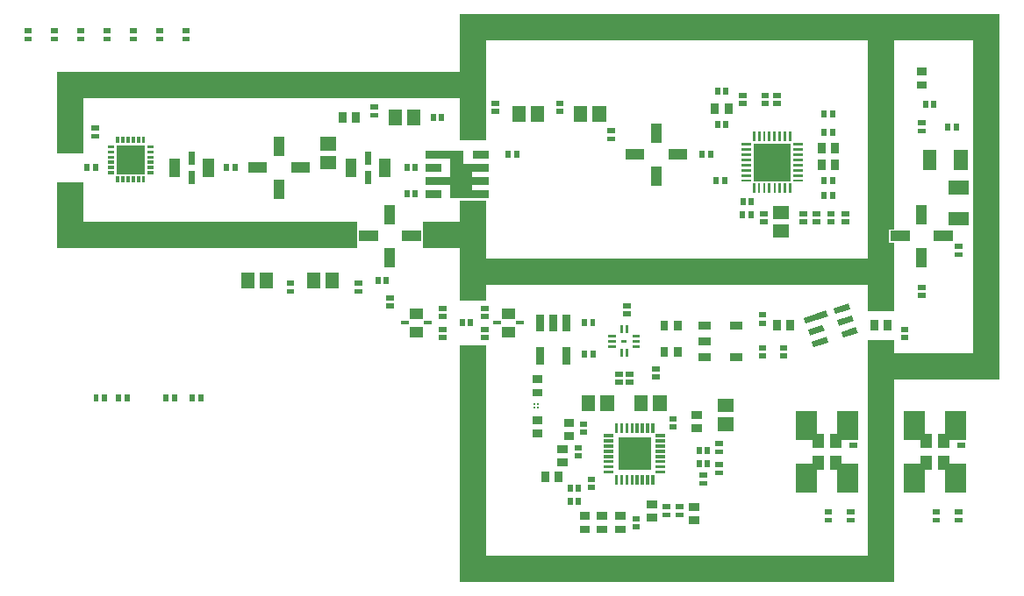
<source format=gbr>
G04 start of page 12 for group -4015 idx -4015 *
G04 Title: (unknown), toppaste *
G04 Creator: pcb 1.99z *
G04 CreationDate: Sat 25 Jul 2020 11:48:19 AM GMT UTC *
G04 For: mark *
G04 Format: Gerber/RS-274X *
G04 PCB-Dimensions (mil): 4300.00 3300.00 *
G04 PCB-Coordinate-Origin: lower left *
%MOIN*%
%FSLAX25Y25*%
%LNTOPPASTE*%
%ADD213C,0.0071*%
%ADD212R,0.0800X0.0800*%
%ADD211R,0.0440X0.0440*%
%ADD210R,0.0787X0.0787*%
%ADD209R,0.0088X0.0088*%
%ADD208R,0.1000X0.1000*%
%ADD207C,0.0001*%
%ADD206R,0.0236X0.0236*%
%ADD205R,0.0409X0.0409*%
%ADD204R,0.0500X0.0500*%
%ADD203R,0.0300X0.0300*%
%ADD202R,0.0400X0.0400*%
%ADD201R,0.0393X0.0393*%
%ADD200R,0.0138X0.0138*%
%ADD199R,0.0098X0.0098*%
%ADD198R,0.0118X0.0118*%
%ADD197R,0.0295X0.0295*%
%ADD196R,0.0512X0.0512*%
%ADD195R,0.0197X0.0197*%
G54D195*X143313Y135568D02*X144099D01*
X143313Y132420D02*X144099D01*
G54D196*X127463Y136887D02*Y136101D01*
X134549Y136887D02*Y136101D01*
X159549Y136887D02*Y136101D01*
X152463Y136887D02*Y136101D01*
G54D195*X169113Y135568D02*X169899D01*
X169113Y132420D02*X169899D01*
G54D197*X328447Y119986D02*Y119002D01*
X333565Y119986D02*Y119002D01*
G54D195*X322520Y120378D02*X323306D01*
X322520Y123526D02*X323306D01*
G54D197*X285678Y109944D02*Y108960D01*
X290796Y109944D02*Y108960D01*
X285678Y119944D02*Y118960D01*
X290796Y119944D02*Y118960D01*
G54D198*X270112Y113494D02*X270900D01*
G54D199*X264994D02*X266963D01*
X264994Y111526D02*X266963D01*
X264994Y115463D02*X266963D01*
X274049Y113494D02*X276018D01*
X274049Y111526D02*X276018D01*
X274049Y115463D02*X276018D01*
X269522Y109951D02*Y107982D01*
X271490Y109951D02*Y107982D01*
X269522Y119006D02*Y117037D01*
X271490Y119006D02*Y117037D01*
G54D195*X176932Y136887D02*Y136101D01*
X180080Y136887D02*Y136101D01*
X181113Y126920D02*X181899D01*
X181113Y130068D02*X181899D01*
G54D200*X229931Y120494D02*X231742D01*
X221270D02*X223081D01*
G54D201*X225915Y124037D02*X227096D01*
X225915Y116951D02*X227096D01*
G54D195*X258533Y120887D02*Y120101D01*
X255385Y120887D02*Y120101D01*
G54D200*X186270Y120494D02*X188081D01*
X194931D02*X196742D01*
G54D201*X190915Y116951D02*X192096D01*
X190915Y124037D02*X192096D01*
G54D195*X258580Y108887D02*Y108101D01*
X255432Y108887D02*Y108101D01*
G54D202*X188056Y153494D02*X191256D01*
X171756D02*X174956D01*
X181506Y146944D02*Y143744D01*
Y163244D02*Y160044D01*
G54D195*X188006Y169887D02*Y169101D01*
X191154Y169887D02*Y169101D01*
G54D203*X210506Y171994D02*X211206D01*
X210506Y176994D02*X211206D01*
X210506Y169494D02*X211906D01*
X210506Y174494D02*X211906D01*
X210506Y179494D02*X211906D01*
X202106Y184494D02*X203506D01*
X202106Y174494D02*X203506D01*
X196606Y184494D02*X199606D01*
X196606Y179494D02*X199606D01*
X196606Y174494D02*X199606D01*
X196606Y169494D02*X199606D01*
X214406Y184494D02*X217406D01*
X214406Y179494D02*X217406D01*
X214406Y174494D02*X217406D01*
X214406Y169494D02*X217406D01*
G54D204*X207006Y183494D02*Y170494D01*
G54D205*X166750Y180990D02*Y177998D01*
X179506Y180990D02*Y177998D01*
G54D206*X173128Y184415D02*Y181856D01*
Y177132D02*Y174573D01*
G54D195*X191154Y179887D02*Y179101D01*
X188006Y179887D02*Y179101D01*
X122654Y179887D02*Y179101D01*
X119506Y179887D02*Y179101D01*
X69580Y179887D02*Y179101D01*
X66432Y179887D02*Y179101D01*
G54D197*X168565Y198986D02*Y198002D01*
X163447Y198986D02*Y198002D01*
G54D195*X175113Y199420D02*X175899D01*
X175113Y202568D02*X175899D01*
G54D196*X183463Y198887D02*Y198101D01*
X190549Y198887D02*Y198101D01*
X157613Y181494D02*X158399D01*
X157613Y188580D02*X158399D01*
G54D205*X99750Y180990D02*Y177998D01*
X112506Y180990D02*Y177998D01*
G54D206*X106128Y184415D02*Y181856D01*
Y177132D02*Y174573D01*
G54D202*X139356Y189244D02*Y186044D01*
Y172944D02*Y169744D01*
X145906Y179494D02*X149106D01*
X129606D02*X132806D01*
G54D207*G36*
X77593Y187907D02*Y177081D01*
X88419D01*
Y187907D01*
X77593D01*
G37*
G54D198*X74935Y187415D02*X76116D01*
X74935Y185447D02*X76116D01*
X74935Y183478D02*X76116D01*
X74935Y181510D02*X76116D01*
X74935Y179541D02*X76116D01*
X74935Y177573D02*X76116D01*
X78085Y175604D02*Y174423D01*
X80053Y175604D02*Y174423D01*
X82022Y175604D02*Y174423D01*
X83990Y175604D02*Y174423D01*
X85959Y175604D02*Y174423D01*
X87927Y175604D02*Y174423D01*
X89896Y177573D02*X91077D01*
X89896Y179541D02*X91077D01*
X89896Y181510D02*X91077D01*
X89896Y183478D02*X91077D01*
X89896Y185447D02*X91077D01*
X89896Y187415D02*X91077D01*
X87927Y190565D02*Y189384D01*
X85959Y190565D02*Y189384D01*
X83990Y190565D02*Y189384D01*
X82022Y190565D02*Y189384D01*
X80053Y190565D02*Y189384D01*
X78085Y190565D02*Y189384D01*
G54D195*X197932Y198887D02*Y198101D01*
X201080Y198887D02*Y198101D01*
X226432Y184887D02*Y184101D01*
X229580Y184887D02*Y184101D01*
G54D196*X261049Y200387D02*Y199601D01*
X253963Y200387D02*Y199601D01*
X237549Y200387D02*Y199601D01*
X230463Y200387D02*Y199601D01*
G54D195*X323113Y158920D02*X323899D01*
X323113Y162068D02*X323899D01*
G54D196*X329613Y155451D02*X330399D01*
X329613Y162537D02*X330399D01*
G54D195*X300082Y184887D02*Y184101D01*
X303230Y184887D02*Y184101D01*
X265113Y190420D02*X265899D01*
X265113Y193568D02*X265899D01*
G54D202*X282656Y177944D02*Y174744D01*
Y194244D02*Y191044D01*
X272906Y184494D02*X276106D01*
X289206D02*X292406D01*
G54D196*X396325Y171899D02*X398687D01*
X396325Y160089D02*X398687D01*
G54D195*X397113Y149568D02*X397899D01*
X397113Y146420D02*X397899D01*
G54D197*X383014Y210935D02*X383998D01*
X383014Y216053D02*X383998D01*
G54D195*X396580Y195387D02*Y194601D01*
X393432Y195387D02*Y194601D01*
X383113Y193420D02*X383899D01*
X383113Y196568D02*X383899D01*
G54D196*X386601Y183675D02*Y181313D01*
X398411Y183675D02*Y181313D01*
G54D195*X388080Y203887D02*Y203101D01*
X384932Y203887D02*Y203101D01*
X383113Y134068D02*X383899D01*
X383113Y130920D02*X383899D01*
G54D202*X373756Y153494D02*X376956D01*
X390056D02*X393256D01*
X383506Y163244D02*Y160044D01*
Y146944D02*Y143744D01*
G54D197*X365506Y119986D02*Y119002D01*
X370624Y119986D02*Y119002D01*
G54D208*X213000Y140000D02*Y134000D01*
Y107000D02*Y27000D01*
X368000D01*
Y109000D02*Y27000D01*
Y140000D02*Y130000D01*
X213000Y140000D02*X368000D01*
X213006Y139994D02*X368006D01*
X213006Y232994D02*X368006D01*
X213006Y161994D02*Y139994D01*
Y232994D02*Y194994D01*
X368006Y232994D02*Y160994D01*
Y145994D02*Y139994D01*
G54D207*G36*
X363006Y157994D02*Y149994D01*
X371006D01*
Y157994D01*
X363006D01*
G37*
G54D208*X59994Y169006D02*Y154006D01*
X163994D01*
X59994Y211006D02*Y190006D01*
Y211006D02*X212994D01*
Y195006D01*
Y162006D02*Y154006D01*
X198994D02*X212994D01*
G54D195*X43613Y228420D02*X44399D01*
X43613Y231568D02*X44399D01*
X63613Y228420D02*X64399D01*
X63613Y231568D02*X64399D01*
X53613Y228420D02*X54399D01*
X53613Y231568D02*X54399D01*
X315656Y166887D02*Y166101D01*
X318804Y166887D02*Y166101D01*
X315432Y161887D02*Y161101D01*
X318580Y161887D02*Y161101D01*
X348613Y158920D02*X349399D01*
X348613Y162068D02*X349399D01*
X354113Y158920D02*X354899D01*
X354113Y162068D02*X354899D01*
X343113Y158920D02*X343899D01*
X343113Y162068D02*X343899D01*
X338113Y158920D02*X338899D01*
X338113Y162068D02*X338899D01*
G54D199*X333546Y192715D02*Y189959D01*
X331577Y192715D02*Y189959D01*
X329609Y192715D02*Y189959D01*
X327640Y192715D02*Y189959D01*
X325672Y192715D02*Y189959D01*
X323703Y192715D02*Y189959D01*
X321735Y192715D02*Y189959D01*
G54D209*X319766Y192715D02*Y189959D01*
G54D199*X335120Y174604D02*X337876D01*
X335120Y176573D02*X337876D01*
X335120Y178541D02*X337876D01*
X335120Y180510D02*X337876D01*
X335120Y182478D02*X337876D01*
X335120Y184447D02*X337876D01*
G54D209*X335120Y186415D02*X337876D01*
G54D199*X335120Y188384D02*X337876D01*
X319766Y173030D02*Y170274D01*
G54D209*X321735Y173030D02*Y170274D01*
G54D199*X323703Y173030D02*Y170274D01*
X325672Y173030D02*Y170274D01*
G54D209*X327640Y173030D02*Y170274D01*
G54D199*X329609Y173030D02*Y170274D01*
X331577Y173030D02*Y170274D01*
X333546Y173030D02*Y170274D01*
X315435Y188384D02*X318191D01*
X315435Y186415D02*X318191D01*
X315435Y184447D02*X318191D01*
X315435Y182478D02*X318191D01*
X315435Y180510D02*X318191D01*
X315435Y178541D02*X318191D01*
X315435Y176573D02*X318191D01*
X315435Y174604D02*X318191D01*
G54D207*G36*
X319569Y188581D02*Y174407D01*
X333743D01*
Y188581D01*
X319569D01*
G37*
G54D195*X346432Y174887D02*Y174101D01*
X349580Y174887D02*Y174101D01*
Y169387D02*Y168601D01*
X346432Y169387D02*Y168601D01*
X308580Y174887D02*Y174101D01*
X305432Y174887D02*Y174101D01*
X315113Y207068D02*X315899D01*
X315113Y203920D02*X315899D01*
X309080Y196387D02*Y195601D01*
X305932Y196387D02*Y195601D01*
X309080Y208887D02*Y208101D01*
X305932Y208887D02*Y208101D01*
G54D197*X304947Y202486D02*Y201502D01*
X310065Y202486D02*Y201502D01*
X345447Y180986D02*Y180002D01*
X350565Y180986D02*Y180002D01*
X345447Y187486D02*Y186502D01*
X350565Y187486D02*Y186502D01*
G54D195*X349580Y193387D02*Y192601D01*
X346432Y193387D02*Y192601D01*
X245613Y200920D02*X246399D01*
X245613Y204068D02*X246399D01*
G54D203*X238506Y122244D02*Y118744D01*
X243506Y122244D02*Y118744D01*
X248506Y122244D02*Y118744D01*
X238506Y109744D02*Y106244D01*
X248506Y109744D02*Y106244D01*
G54D195*X69113Y194568D02*X69899D01*
X69113Y191420D02*X69899D01*
X83613Y231568D02*X84399D01*
X83613Y228420D02*X84399D01*
X93613Y231568D02*X94399D01*
X93613Y228420D02*X94399D01*
X212080Y120887D02*Y120101D01*
X208932Y120887D02*Y120101D01*
X217113Y114920D02*X217899D01*
X217113Y118068D02*X217899D01*
X217113Y122920D02*X217899D01*
X217113Y126068D02*X217899D01*
X201113Y114920D02*X201899D01*
X201113Y118068D02*X201899D01*
X201113Y122920D02*X201899D01*
X201113Y126068D02*X201899D01*
X376613Y118068D02*X377399D01*
X376613Y114920D02*X377399D01*
G54D207*G36*
X338756Y122373D02*X347181Y125110D01*
X347911Y122864D01*
X339486Y120127D01*
X338756Y122373D01*
G37*
G36*
X341677Y113387D02*X347293Y115212D01*
X348023Y112965D01*
X342407Y111140D01*
X341677Y113387D01*
G37*
G36*
X340216Y117880D02*X345833Y119705D01*
X346563Y117458D01*
X340946Y115633D01*
X340216Y117880D01*
G37*
G36*
X351449Y121530D02*X357066Y123355D01*
X357796Y121108D01*
X352179Y119283D01*
X351449Y121530D01*
G37*
G36*
X349989Y126023D02*X355605Y127848D01*
X356336Y125602D01*
X350719Y123776D01*
X349989Y126023D01*
G37*
G36*
X352909Y117037D02*X358526Y118861D01*
X359256Y116615D01*
X353639Y114790D01*
X352909Y117037D01*
G37*
G54D195*X349580Y200387D02*Y199601D01*
X346432Y200387D02*Y199601D01*
X268113Y101068D02*X268899D01*
X268113Y97920D02*X268899D01*
X328113Y203920D02*X328899D01*
X328113Y207068D02*X328899D01*
X323613Y203920D02*X324399D01*
X323613Y207068D02*X324399D01*
X221113Y200920D02*X221899D01*
X221113Y204068D02*X221899D01*
X103613Y231568D02*X104399D01*
X103613Y228420D02*X104399D01*
X73613Y231568D02*X74399D01*
X73613Y228420D02*X74399D01*
X272113Y101068D02*X272899D01*
X272113Y97920D02*X272899D01*
G54D198*X263356Y63781D02*X265915D01*
X263356Y65750D02*X265915D01*
X263356Y67719D02*X265915D01*
X263356Y69687D02*X265915D01*
X263356Y71656D02*X265915D01*
X263356Y73624D02*X265915D01*
X263356Y75593D02*X265915D01*
X263356Y77561D02*X265915D01*
X281348Y62128D02*Y59569D01*
X279380Y62128D02*Y59569D01*
X277411Y62128D02*Y59569D01*
X275443Y62128D02*Y59569D01*
X273474Y62128D02*Y59569D01*
X271506Y62128D02*Y59569D01*
X269537Y62128D02*Y59569D01*
X267569Y62128D02*Y59569D01*
X283002Y77561D02*X285561D01*
X283002Y75593D02*X285561D01*
X283002Y73624D02*X285561D01*
X283002Y71656D02*X285561D01*
X283002Y69687D02*X285561D01*
X283002Y67719D02*X285561D01*
X283002Y65750D02*X285561D01*
X283002Y63781D02*X285561D01*
X267569Y81774D02*Y79215D01*
X269537Y81774D02*Y79215D01*
X271506Y81774D02*Y79215D01*
X273474Y81774D02*Y79215D01*
X275443Y81774D02*Y79215D01*
X277411Y81774D02*Y79215D01*
X279380Y81774D02*Y79215D01*
X281348Y81774D02*Y79215D01*
G54D207*G36*
X268258Y76872D02*Y64470D01*
X280659D01*
Y76872D01*
X268258D01*
G37*
G54D195*X347613Y48568D02*X348399D01*
X347613Y45420D02*X348399D01*
G54D196*X284049Y90387D02*Y89601D01*
X276963Y90387D02*Y89601D01*
X256963Y90387D02*Y89601D01*
X264049Y90387D02*Y89601D01*
G54D195*X78432Y92387D02*Y91601D01*
X81580Y92387D02*Y91601D01*
X69858Y92387D02*Y91601D01*
X73006Y92387D02*Y91601D01*
G54D210*X339632Y83069D02*Y79919D01*
Y63069D02*Y59919D01*
X355380Y83069D02*Y79919D01*
Y63069D02*Y59919D01*
G54D211*X350806Y67694D02*Y66894D01*
X344206Y67694D02*Y66894D01*
X350806Y76094D02*Y75294D01*
X344206Y76094D02*Y75294D01*
G54D210*X380632Y83069D02*Y79919D01*
Y63069D02*Y59919D01*
X396380Y83069D02*Y79919D01*
Y63069D02*Y59919D01*
G54D211*X391806Y67694D02*Y66894D01*
X385206Y67694D02*Y66894D01*
X391806Y76094D02*Y75294D01*
X385206Y76094D02*Y75294D01*
G54D195*X388613Y48568D02*X389399D01*
X388613Y45420D02*X389399D01*
X397113D02*X397899D01*
X397113Y48568D02*X397899D01*
X356113Y45420D02*X356899D01*
X356113Y48568D02*X356899D01*
G54D203*X300256Y107494D02*X301756D01*
X312256D02*X313756D01*
X300256Y113494D02*X301756D01*
X300256Y119494D02*X301756D01*
X312256D02*X313756D01*
G54D195*X322613Y111068D02*X323399D01*
X322613Y107920D02*X323399D01*
X330613D02*X331399D01*
X330613Y111068D02*X331399D01*
X282113Y103068D02*X282899D01*
X282113Y99920D02*X282899D01*
X288613Y84068D02*X289399D01*
X288613Y80920D02*X289399D01*
G54D197*X297514Y85553D02*X298498D01*
X297514Y80435D02*X298498D01*
G54D208*X368006Y108994D02*Y103994D01*
Y232994D02*Y160994D01*
Y232994D02*X408006D01*
X368006Y103994D02*X408006D01*
Y232994D02*Y103994D01*
X368006Y145994D02*Y129994D01*
G54D212*X367006Y153994D02*Y152994D01*
G54D197*X237014Y78435D02*X237998D01*
X237014Y83553D02*X237998D01*
X237014Y99053D02*X237998D01*
X237014Y93935D02*X237998D01*
G54D213*X237696Y89684D03*
X236316D03*
X237696Y88304D03*
X236316D03*
G54D197*X245565Y62486D02*Y61502D01*
X240447Y62486D02*Y61502D01*
G54D195*X257613Y61068D02*X258399D01*
X257613Y57920D02*X258399D01*
X253080Y57887D02*Y57101D01*
X249932Y57887D02*Y57101D01*
Y52887D02*Y52101D01*
X253080Y52887D02*Y52101D01*
G54D197*X249014Y82553D02*X249998D01*
X249014Y77435D02*X249998D01*
G54D195*X254613Y82068D02*X255399D01*
X254613Y78920D02*X255399D01*
G54D197*X246514Y72553D02*X247498D01*
X246514Y67435D02*X247498D01*
G54D195*X252613Y73068D02*X253399D01*
X252613Y69920D02*X253399D01*
X286113Y50568D02*X286899D01*
X286113Y47420D02*X286899D01*
G54D197*X280514Y51553D02*X281498D01*
X280514Y46435D02*X281498D01*
G54D195*X274607Y46080D02*X275393D01*
X274607Y42932D02*X275393D01*
G54D197*X268514Y47059D02*X269498D01*
X268514Y41941D02*X269498D01*
X261514Y41935D02*X262498D01*
X261514Y47053D02*X262498D01*
X296514Y50553D02*X297498D01*
X296514Y45435D02*X297498D01*
G54D195*X291113Y50568D02*X291899D01*
X291113Y47420D02*X291899D01*
G54D197*X255008Y41935D02*X255992D01*
X255008Y47053D02*X255992D01*
G54D196*X308613Y81951D02*X309399D01*
X308613Y89037D02*X309399D01*
G54D195*X306113Y74568D02*X306899D01*
X306113Y71420D02*X306899D01*
X306113Y63420D02*X306899D01*
X306113Y66568D02*X306899D01*
X300113Y62568D02*X300899D01*
X300113Y59420D02*X300899D01*
X298932Y72387D02*Y71601D01*
X302080Y72387D02*Y71601D01*
X298926Y67393D02*Y66607D01*
X302074Y67393D02*Y66607D01*
X99580Y92387D02*Y91601D01*
X96432Y92387D02*Y91601D01*
X109580Y92387D02*Y91601D01*
X106432Y92387D02*Y91601D01*
X271113Y127068D02*X271899D01*
X271113Y123920D02*X271899D01*
X398113Y73994D02*X398899D01*
X398113Y77142D02*X398899D01*
X357113Y73994D02*X357899D01*
X357113Y77142D02*X357899D01*
M02*

</source>
